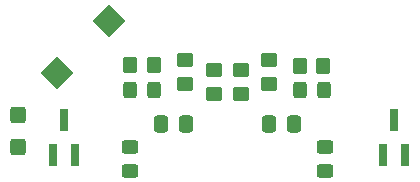
<source format=gts>
%TF.GenerationSoftware,KiCad,Pcbnew,(6.0.0)*%
%TF.CreationDate,2022-05-29T15:36:19+02:00*%
%TF.ProjectId,LED_flasher,4c45445f-666c-4617-9368-65722e6b6963,rev?*%
%TF.SameCoordinates,Original*%
%TF.FileFunction,Soldermask,Top*%
%TF.FilePolarity,Negative*%
%FSLAX46Y46*%
G04 Gerber Fmt 4.6, Leading zero omitted, Abs format (unit mm)*
G04 Created by KiCad (PCBNEW (6.0.0)) date 2022-05-29 15:36:19*
%MOMM*%
%LPD*%
G01*
G04 APERTURE LIST*
G04 Aperture macros list*
%AMRoundRect*
0 Rectangle with rounded corners*
0 $1 Rounding radius*
0 $2 $3 $4 $5 $6 $7 $8 $9 X,Y pos of 4 corners*
0 Add a 4 corners polygon primitive as box body*
4,1,4,$2,$3,$4,$5,$6,$7,$8,$9,$2,$3,0*
0 Add four circle primitives for the rounded corners*
1,1,$1+$1,$2,$3*
1,1,$1+$1,$4,$5*
1,1,$1+$1,$6,$7*
1,1,$1+$1,$8,$9*
0 Add four rect primitives between the rounded corners*
20,1,$1+$1,$2,$3,$4,$5,0*
20,1,$1+$1,$4,$5,$6,$7,0*
20,1,$1+$1,$6,$7,$8,$9,0*
20,1,$1+$1,$8,$9,$2,$3,0*%
%AMRotRect*
0 Rectangle, with rotation*
0 The origin of the aperture is its center*
0 $1 length*
0 $2 width*
0 $3 Rotation angle, in degrees counterclockwise*
0 Add horizontal line*
21,1,$1,$2,0,0,$3*%
G04 Aperture macros list end*
%ADD10RoundRect,0.250000X0.450000X-0.350000X0.450000X0.350000X-0.450000X0.350000X-0.450000X-0.350000X0*%
%ADD11RotRect,2.000000X2.000000X225.000000*%
%ADD12RoundRect,0.250000X-0.450000X0.325000X-0.450000X-0.325000X0.450000X-0.325000X0.450000X0.325000X0*%
%ADD13RoundRect,0.250000X-0.425000X0.450000X-0.425000X-0.450000X0.425000X-0.450000X0.425000X0.450000X0*%
%ADD14R,0.800000X1.900000*%
%ADD15RoundRect,0.250000X-0.337500X-0.475000X0.337500X-0.475000X0.337500X0.475000X-0.337500X0.475000X0*%
%ADD16RoundRect,0.250000X0.350000X0.450000X-0.350000X0.450000X-0.350000X-0.450000X0.350000X-0.450000X0*%
%ADD17RoundRect,0.250000X-0.350000X-0.450000X0.350000X-0.450000X0.350000X0.450000X-0.350000X0.450000X0*%
%ADD18RoundRect,0.250000X0.325000X0.450000X-0.325000X0.450000X-0.325000X-0.450000X0.325000X-0.450000X0*%
%ADD19RoundRect,0.250000X0.337500X0.475000X-0.337500X0.475000X-0.337500X-0.475000X0.337500X-0.475000X0*%
%ADD20RoundRect,0.250000X-0.325000X-0.450000X0.325000X-0.450000X0.325000X0.450000X-0.325000X0.450000X0*%
G04 APERTURE END LIST*
D10*
%TO.C,R3*%
X54864000Y-42656000D03*
X54864000Y-40656000D03*
%TD*%
D11*
%TO.C,SW1*%
X45936320Y-36486680D03*
X41516903Y-40906097D03*
%TD*%
D12*
%TO.C,D4*%
X64262000Y-47108000D03*
X64262000Y-49158000D03*
%TD*%
D13*
%TO.C,C3*%
X38252400Y-44420800D03*
X38252400Y-47120800D03*
%TD*%
D14*
%TO.C,Q2*%
X69154000Y-47855000D03*
X71054000Y-47855000D03*
X70104000Y-44855000D03*
%TD*%
D15*
%TO.C,C1*%
X50397500Y-45212000D03*
X52472500Y-45212000D03*
%TD*%
D10*
%TO.C,R6*%
X59537600Y-41792400D03*
X59537600Y-39792400D03*
%TD*%
%TO.C,R4*%
X57150000Y-42656000D03*
X57150000Y-40656000D03*
%TD*%
D16*
%TO.C,R5*%
X64119000Y-40259000D03*
X62119000Y-40259000D03*
%TD*%
D14*
%TO.C,Q1*%
X41214000Y-47855000D03*
X43114000Y-47855000D03*
X42164000Y-44855000D03*
%TD*%
D17*
%TO.C,R2*%
X47768000Y-40233600D03*
X49768000Y-40233600D03*
%TD*%
D18*
%TO.C,D2*%
X49793000Y-42291000D03*
X47743000Y-42291000D03*
%TD*%
D19*
%TO.C,C2*%
X61616500Y-45212000D03*
X59541500Y-45212000D03*
%TD*%
D20*
%TO.C,D3*%
X62094000Y-42291000D03*
X64144000Y-42291000D03*
%TD*%
D10*
%TO.C,R1*%
X52425600Y-41792400D03*
X52425600Y-39792400D03*
%TD*%
D12*
%TO.C,D1*%
X47752000Y-47108000D03*
X47752000Y-49158000D03*
%TD*%
M02*

</source>
